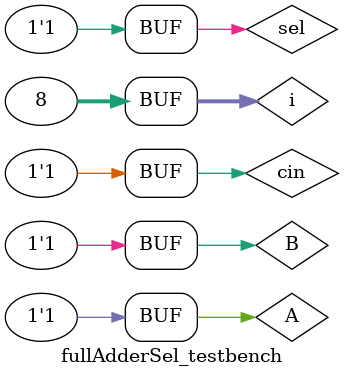
<source format=sv>


`timescale 1ps / 1ps

module fullAdderSel (result, carry_out, cin, A, B, sel);
  output  logic result, carry_out;
  input   logic cin, A, B, sel;

  logic xor_out;

  xor #50 (xor_out, B, sel);  // Select B or ~B
  fullAdder fa (.result, .carry_out, .cin, .A, .B(xor_out));
endmodule

module fullAdderSel_testbench ();
  logic result, carry_out;
  logic cin, A, B, sel;

  fullAdderSel dut (.result, .carry_out, .cin, .A, .B, .sel);

  integer i;
  initial begin
    sel = 0;
    for (i = 0; i < 8; i++) begin
      {A, B, cin} = i; #1000;
    end
    sel = 1;
    for (i = 0; i < 8; i++) begin
      {A, B, cin} = i; #1000;
    end
  end
endmodule

</source>
